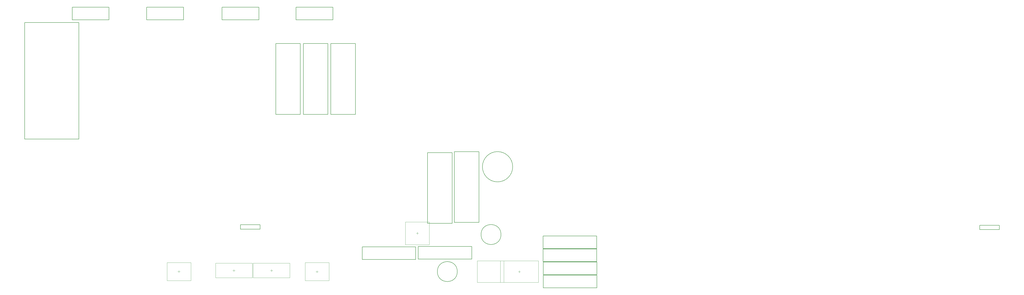
<source format=gbr>
%TF.GenerationSoftware,Altium Limited,Altium Designer,21.6.4 (81)*%
G04 Layer_Color=32896*
%FSLAX43Y43*%
%MOMM*%
%TF.SameCoordinates,9BCA014A-4D13-4940-A32C-4131998200A9*%
%TF.FilePolarity,Positive*%
%TF.FileFunction,Other,Top_Courtyard*%
%TF.Part,Single*%
G01*
G75*
%TA.AperFunction,NonConductor*%
%ADD90C,0.200*%
%ADD144C,0.050*%
D90*
X185775Y8025D02*
G03*
X177075Y8025I-4350J0D01*
G01*
D02*
G03*
X185775Y8025I4350J0D01*
G01*
X196125Y24175D02*
G03*
X204825Y24175I4350J0D01*
G01*
D02*
G03*
X196125Y24175I-4350J0D01*
G01*
X203325Y60325D02*
G03*
X203325Y47125I0J-6600D01*
G01*
D02*
G03*
X203325Y60325I0J6600D01*
G01*
X184500Y29445D02*
X195200D01*
Y60305D01*
X184500D02*
X195200D01*
X184500Y29445D02*
Y60305D01*
X20788Y65800D02*
Y116600D01*
X-2834Y65800D02*
X20788D01*
X-2834D02*
Y116600D01*
X20788D01*
X192095Y13450D02*
Y18950D01*
X168755D02*
X192095D01*
X168755Y13450D02*
Y18950D01*
Y13450D02*
X192095D01*
X413500Y28250D02*
X422050D01*
Y26350D02*
Y28250D01*
X413500Y26350D02*
X422050D01*
X413500D02*
Y28250D01*
X91225Y26525D02*
X99775D01*
X91225D02*
Y28425D01*
X99775D01*
Y26525D02*
Y28425D01*
X144305Y13300D02*
Y18800D01*
Y13300D02*
X167645D01*
Y18800D01*
X144305D02*
X167645D01*
X223200Y23550D02*
X246540D01*
Y18050D02*
Y23550D01*
X223200Y18050D02*
X246540D01*
X223200D02*
Y23550D01*
Y12350D02*
X246540D01*
X223200D02*
Y17850D01*
X246540D01*
Y12350D02*
Y17850D01*
X223255Y12175D02*
X246595D01*
Y6675D02*
Y12175D01*
X223255Y6675D02*
X246595D01*
X223255D02*
Y12175D01*
X223250Y975D02*
X246590D01*
X223250D02*
Y6475D01*
X246590D01*
Y975D02*
Y6475D01*
X106650Y76570D02*
X117350D01*
Y107430D01*
X106650D02*
X117350D01*
X106650Y76570D02*
Y107430D01*
X118650Y76570D02*
X129350D01*
Y107430D01*
X118650D02*
X129350D01*
X118650Y76570D02*
Y107430D01*
X130650Y76570D02*
X141350D01*
Y107430D01*
X130650D02*
X141350D01*
X130650Y76570D02*
Y107430D01*
X50385Y117745D02*
X66455D01*
Y123255D01*
X50385D02*
X66455D01*
X50385Y117745D02*
Y123255D01*
X172825Y29045D02*
Y59905D01*
X183525D01*
Y29045D02*
Y59905D01*
X172825Y29045D02*
X183525D01*
X83215Y117745D02*
Y123255D01*
X99285D01*
Y117745D02*
Y123255D01*
X83215Y117745D02*
X99285D01*
X115459D02*
Y123255D01*
X131529D01*
Y117745D02*
Y123255D01*
X115459Y117745D02*
X131529D01*
X17897D02*
Y123255D01*
X33967D01*
Y117745D02*
Y123255D01*
X17897Y117745D02*
X33967D01*
D144*
X64435Y7525D02*
Y8525D01*
X63935Y8025D02*
X64935D01*
X59235Y11975D02*
X69635D01*
Y4075D02*
Y11975D01*
X59235Y4075D02*
X69635D01*
X59235D02*
Y11975D01*
X168350Y24225D02*
Y25225D01*
X167850Y24725D02*
X168850D01*
X163150Y19775D02*
X173550D01*
X163150D02*
Y29675D01*
X173550D01*
Y19775D02*
Y29675D01*
X194500Y3325D02*
Y12725D01*
Y3325D02*
X206100D01*
Y12725D01*
X194500D02*
X206100D01*
X88388Y8000D02*
Y9000D01*
X87888Y8500D02*
X88888D01*
X96378Y5325D02*
Y11675D01*
X80398D02*
X96378D01*
X80398Y5325D02*
Y11675D01*
Y5325D02*
X96378D01*
X104771Y8000D02*
Y9000D01*
X104271Y8500D02*
X105271D01*
X112761Y5325D02*
Y11675D01*
X96781D02*
X112761D01*
X96781Y5325D02*
Y11675D01*
Y5325D02*
X112761D01*
X204500Y3300D02*
Y12700D01*
Y3300D02*
X221100D01*
Y12700D01*
X204500D02*
X221100D01*
X212300Y8000D02*
X213300D01*
X212800Y7500D02*
Y8500D01*
X124625Y7500D02*
Y8500D01*
X124125Y8000D02*
X125125D01*
X119425Y11950D02*
X129825D01*
Y4050D02*
Y11950D01*
X119425Y4050D02*
X129825D01*
X119425D02*
Y11950D01*
%TF.MD5,e93daee0a657b1f8cd0eb82c1dc29ea3*%
M02*

</source>
